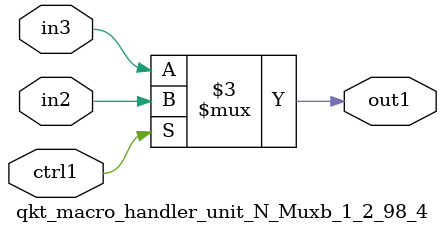
<source format=v>

`timescale 1ps / 1ps


module qkt_macro_handler_unit_N_Muxb_1_2_98_4( in3, in2, ctrl1, out1 );

    input in3;
    input in2;
    input ctrl1;
    output out1;
    reg out1;

    
    // rtl_process:qkt_macro_handler_unit_N_Muxb_1_2_98_4/qkt_macro_handler_unit_N_Muxb_1_2_98_4_thread_1
    always @*
      begin : qkt_macro_handler_unit_N_Muxb_1_2_98_4_thread_1
        case (ctrl1) 
          1'b1: 
            begin
              out1 = in2;
            end
          default: 
            begin
              out1 = in3;
            end
        endcase
      end

endmodule



</source>
